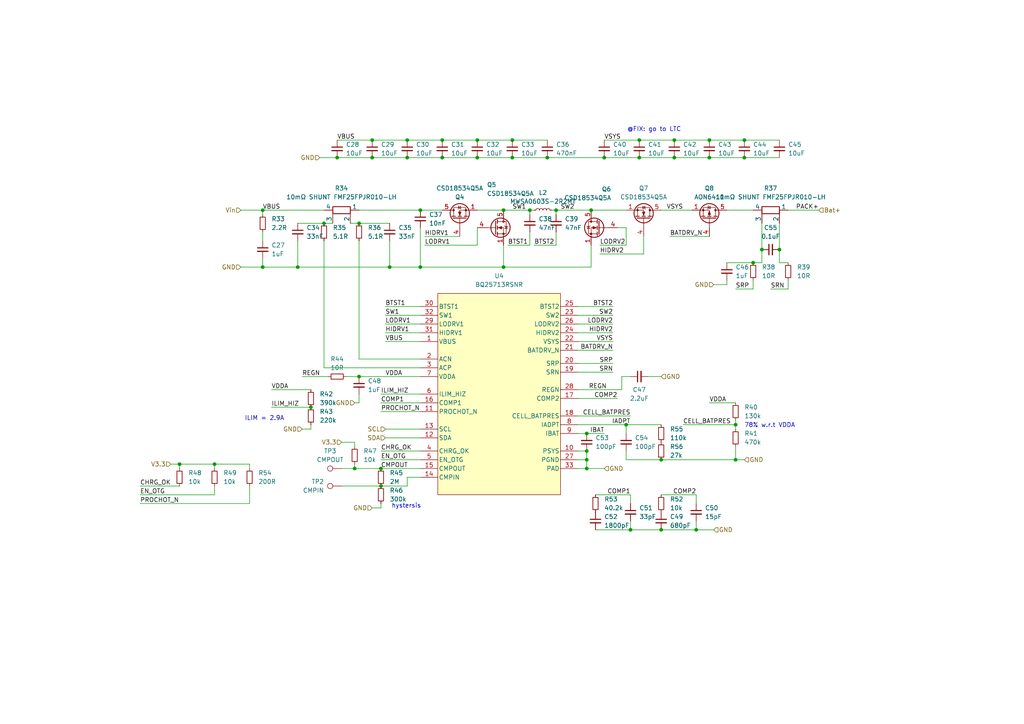
<source format=kicad_sch>
(kicad_sch (version 20250114) (generator "eeschema") (generator_version "9.0")
  (paper "A4")
  (lib_symbols
    (symbol "BQ25713:BQ25713RSNR" (pin_names (offset 0.254))
      (property "Reference" "U" (at 0 34.29 0))
      (property "Value" "BQ25713RSNR" (at 0 31.75 0))
      (symbol "BQ25713RSNR_0_1"
        (pin power_in line (at -22.86 25.4 0) (length 5.08) (name "BTST1") (number "30"))
        (pin power_in line (at -22.86 22.86 0) (length 5.08) (name "SW1") (number "32"))
        (pin output line (at -22.86 20.32 0) (length 5.08) (name "LODRV1") (number "29"))
        (pin output line (at -22.86 17.78 0) (length 5.08) (name "HIDRV1") (number "31"))
        (pin power_in line (at -22.86 15.24 0) (length 5.08) (name "VBUS") (number "1"))
        (pin input line (at -22.86 10.16 0) (length 5.08) (name "ACN") (number "2"))
        (pin input line (at -22.86 7.62 0) (length 5.08) (name "ACP") (number "3"))
        (pin power_in line (at -22.86 5.08 0) (length 5.08) (name "VDDA") (number "7"))
        (pin input line (at -22.86 0 0) (length 5.08) (name "ILIM_HIZ") (number "6"))
        (pin input line (at -22.86 -2.54 0) (length 5.08) (name "COMP1") (number "16"))
        (pin open_collector line (at -22.86 -5.08 0) (length 5.08) (name "PROCHOT_N") (number "11"))
        (pin input line (at -22.86 -10.16 0) (length 5.08) (name "SCL") (number "13"))
        (pin bidirectional line (at -22.86 -12.7 0) (length 5.08) (name "SDA") (number "12"))
        (pin open_collector line (at -22.86 -16.51 0) (length 5.08) (name "CHRG_OK") (number "4"))
        (pin input line (at -22.86 -19.05 0) (length 5.08) (name "EN_OTG") (number "5"))
        (pin open_collector line (at -22.86 -21.59 0) (length 5.08) (name "CMPOUT") (number "15"))
        (pin input line (at -22.86 -24.13 0) (length 5.08) (name "CMPIN") (number "14"))
        (pin power_in line (at 22.86 25.4 180) (length 5.08) (name "BTST2") (number "25"))
        (pin power_in line (at 22.86 22.86 180) (length 5.08) (name "SW2") (number "23"))
        (pin output line (at 22.86 20.32 180) (length 5.08) (name "LODRV2") (number "26"))
        (pin output line (at 22.86 17.78 180) (length 5.08) (name "HIDRV2") (number "24"))
        (pin power_in line (at 22.86 15.24 180) (length 5.08) (name "VSYS") (number "22"))
        (pin output line (at 22.86 12.7 180) (length 5.08) (name "BATDRV_N") (number "21"))
        (pin input line (at 22.86 8.89 180) (length 5.08) (name "SRP") (number "20"))
        (pin input line (at 22.86 6.35 180) (length 5.08) (name "SRN") (number "19"))
        (pin power_in line (at 22.86 1.27 180) (length 5.08) (name "REGN") (number "28"))
        (pin input line (at 22.86 -1.27 180) (length 5.08) (name "COMP2") (number "17"))
        (pin input line (at 22.86 -6.35 180) (length 5.08) (name "CELL_BATPRES") (number "18"))
        (pin output line (at 22.86 -8.89 180) (length 5.08) (name "IADPT") (number "8"))
        (pin output line (at 22.86 -11.43 180) (length 5.08) (name "IBAT") (number "9"))
        (pin output line (at 22.86 -16.51 180) (length 5.08) (name "PSYS") (number "10"))
        (pin power_in line (at 22.86 -19.05 180) (length 5.08) (name "PGND") (number "27"))
        (pin power_in line (at 22.86 -21.59 180) (length 5.08) (name "PAD") (number "33"))
      )
      (symbol "BQ25713RSNR_1_1"
        (rectangle (start -17.78 29.21) (end 17.78 -29.21) (fill (type background)))
      )
    )
    (symbol "Connector:TestPoint" (pin_numbers (hide yes)) (pin_names (offset 0.762) (hide yes))
      (property "Reference" "TP" (at 0 6.858 0))
      (property "Value" "TestPoint" (at 0 5.08 0))
      (symbol "TestPoint_0_1"
        (circle (center 0 3.302) (radius 0.762))
      )
      (symbol "TestPoint_1_1"
        (pin passive line (at 0 0 90) (length 2.54) (name "1") (number "1"))
      )
    )
    (symbol "Device:C_Small" (pin_numbers (hide yes)) (pin_names (offset 0.254) (hide yes))
      (property "Reference" "C" (at 0.254 1.778 0))
      (property "Value" "C_Small" (at 0.254 -2.032 0))
      (symbol "C_Small_0_1"
        (polyline (pts (xy -1.524 0.508) (xy 1.524 0.508)) (stroke (width 0.3048)))
        (polyline (pts (xy -1.524 -0.508) (xy 1.524 -0.508)) (stroke (width 0.3302)))
      )
      (symbol "C_Small_1_1"
        (pin passive line (at 0 2.54 270) (length 2.032) (name "~") (number "1"))
        (pin passive line (at 0 -2.54 90) (length 2.032) (name "~") (number "2"))
      )
    )
    (symbol "Device:L_Small" (pin_numbers (hide yes)) (pin_names (offset 0.254) (hide yes))
      (property "Reference" "L" (at 0.762 1.016 0))
      (property "Value" "L_Small" (at 0.762 -1.016 0))
      (symbol "L_Small_0_1"
        (arc (start 0 2.032) (mid 0.5058 1.524) (end 0 1.016))
        (arc (start 0 1.016) (mid 0.5058 0.508) (end 0 0))
        (arc (start 0 0) (mid 0.5058 -0.508) (end 0 -1.016))
        (arc (start 0 -1.016) (mid 0.5058 -1.524) (end 0 -2.032))
      )
      (symbol "L_Small_1_1"
        (pin passive line (at 0 2.54 270) (length 0.508) (name "~") (number "1"))
        (pin passive line (at 0 -2.54 90) (length 0.508) (name "~") (number "2"))
      )
    )
    (symbol "Device:R_Shunt" (pin_numbers (hide yes)) (pin_names (offset 0))
      (property "Reference" "R" (at -4.445 0 90))
      (property "Value" "R_Shunt" (at -2.54 0 90))
      (symbol "R_Shunt_0_1"
        (rectangle (start -1.016 -2.54) (end 1.016 2.54) (stroke (width 0.254)))
        (polyline (pts (xy 0 -2.54) (xy 1.27 -2.54)))
        (polyline (pts (xy 1.27 2.54) (xy 0 2.54)))
      )
      (symbol "R_Shunt_1_1"
        (pin passive line (at 0 5.08 270) (length 2.54) (name "1") (number "1"))
        (pin passive line (at 0 -5.08 90) (length 2.54) (name "4") (number "4"))
        (pin passive line (at 3.81 2.54 180) (length 2.54) (name "2") (number "2"))
        (pin passive line (at 3.81 -2.54 180) (length 2.54) (name "3") (number "3"))
      )
    )
    (symbol "Device:R_Small" (pin_numbers (hide yes)) (pin_names (offset 0.254) (hide yes))
      (property "Reference" "R" (at 0.762 0.508 0))
      (property "Value" "R_Small" (at 0.762 -1.016 0))
      (symbol "R_Small_0_1"
        (rectangle (start -0.762 1.778) (end 0.762 -1.778) (stroke (width 0.2032)))
      )
      (symbol "R_Small_1_1"
        (pin passive line (at 0 2.54 270) (length 0.762) (name "~") (number "1"))
        (pin passive line (at 0 -2.54 90) (length 0.762) (name "~") (number "2"))
      )
    )
    (symbol "Transistor_FET:AON6411" (pin_names (hide yes))
      (property "Reference" "Q" (at 5.08 1.905 0))
      (property "Value" "AON6411" (at 5.08 0 0))
      (symbol "AON6411_0_1"
        (polyline (pts (xy 0.254 1.905) (xy 0.254 -1.905)) (stroke (width 0.254)))
        (polyline (pts (xy 0.254 0) (xy -2.54 0)))
        (polyline (pts (xy 0.762 2.286) (xy 0.762 1.27)) (stroke (width 0.254)))
        (polyline (pts (xy 0.762 1.778) (xy 3.302 1.778) (xy 3.302 -1.778) (xy 0.762 -1.778)))
        (polyline (pts (xy 0.762 0.508) (xy 0.762 -0.508)) (stroke (width 0.254)))
        (polyline (pts (xy 0.762 -1.27) (xy 0.762 -2.286)) (stroke (width 0.254)))
        (circle (center 1.651 0) (radius 2.794) (stroke (width 0.254)))
        (polyline (pts (xy 2.286 0) (xy 1.27 0.381) (xy 1.27 -0.381) (xy 2.286 0)) (fill (type outline)))
        (polyline (pts (xy 2.54 2.54) (xy 2.54 1.778)))
        (circle (center 2.54 1.778) (radius 0.254) (fill (type outline)))
        (circle (center 2.54 -1.778) (radius 0.254) (fill (type outline)))
        (polyline (pts (xy 2.54 -2.54) (xy 2.54 0) (xy 0.762 0)))
        (polyline (pts (xy 2.794 -0.508) (xy 2.921 -0.381) (xy 3.683 -0.381) (xy 3.81 -0.254)))
        (polyline (pts (xy 3.302 -0.381) (xy 2.921 0.254) (xy 3.683 0.254) (xy 3.302 -0.381)))
      )
      (symbol "AON6411_1_1"
        (pin input line (at -5.08 0 0) (length 2.54) (name "G") (number "4"))
        (pin passive line (at 2.54 5.08 270) (length 2.54) (name "D") (number "5"))
        (pin passive line (at 2.54 -5.08 90) (length 2.54) (name "S") (number "1"))
        (pin passive line (at 2.54 -5.08 90) (length 2.54) (hide yes) (name "S") (number "2"))
        (pin passive line (at 2.54 -5.08 90) (length 2.54) (hide yes) (name "S") (number "3"))
      )
    )
    (symbol "Transistor_FET:CSD18534Q5A" (pin_names (hide yes))
      (property "Reference" "Q" (at 5.08 1.905 0))
      (property "Value" "CSD18534Q5A" (at 5.08 0 0))
      (symbol "CSD18534Q5A_0_1"
        (polyline (pts (xy 0.254 1.905) (xy 0.254 -1.905)) (stroke (width 0.254)))
        (polyline (pts (xy 0.254 0) (xy -2.54 0)))
        (polyline (pts (xy 0.762 2.286) (xy 0.762 1.27)) (stroke (width 0.254)))
        (polyline (pts (xy 0.762 0.508) (xy 0.762 -0.508)) (stroke (width 0.254)))
        (polyline (pts (xy 0.762 -1.27) (xy 0.762 -2.286)) (stroke (width 0.254)))
        (polyline (pts (xy 0.762 -1.778) (xy 3.302 -1.778) (xy 3.302 1.778) (xy 0.762 1.778)))
        (polyline (pts (xy 1.016 0) (xy 2.032 0.381) (xy 2.032 -0.381) (xy 1.016 0)) (fill (type outline)))
        (circle (center 1.651 0) (radius 2.794) (stroke (width 0.254)))
        (polyline (pts (xy 2.54 2.54) (xy 2.54 1.778)))
        (circle (center 2.54 1.778) (radius 0.254) (fill (type outline)))
        (circle (center 2.54 -1.778) (radius 0.254) (fill (type outline)))
        (polyline (pts (xy 2.54 -2.54) (xy 2.54 0) (xy 0.762 0)))
        (polyline (pts (xy 2.794 0.508) (xy 2.921 0.381) (xy 3.683 0.381) (xy 3.81 0.254)))
        (polyline (pts (xy 3.302 0.381) (xy 2.921 -0.254) (xy 3.683 -0.254) (xy 3.302 0.381)))
      )
      (symbol "CSD18534Q5A_1_1"
        (pin passive line (at -5.08 0 0) (length 2.54) (name "G") (number "4"))
        (pin passive line (at 2.54 5.08 270) (length 2.54) (name "D") (number "5"))
        (pin passive line (at 2.54 -5.08 90) (length 2.54) (name "S") (number "1"))
        (pin passive line (at 2.54 -5.08 90) (length 2.54) (hide yes) (name "S") (number "2"))
        (pin passive line (at 2.54 -5.08 90) (length 2.54) (hide yes) (name "S") (number "3"))
      )
    )
  )
  (text "@FIX: go to LTC" (at 189.738 37.592 0) (effects (font (size 1.27 1.27))))
  (text "ILIM = 2.9A" (at 76.708 121.412 0) (effects (font (size 1.27 1.27))))
  (text "hystersis" (at 117.856 146.812 0) (effects (font (size 1.27 1.27))))
  (text "78% w.r.t VDDA" (at 223.266 123.444 0) (effects (font (size 1.27 1.27))))
  (junction (at 175.26 45.72))
  (junction (at 52.07 134.62))
  (junction (at 118.11 45.72))
  (junction (at 215.9 40.64))
  (junction (at 226.06 72.39))
  (junction (at 205.74 45.72))
  (junction (at 215.9 45.72))
  (junction (at 110.49 140.97))
  (junction (at 146.05 77.47))
  (junction (at 170.18 133.35))
  (junction (at 158.75 45.72))
  (junction (at 121.92 60.96))
  (junction (at 153.67 60.96))
  (junction (at 201.93 153.67))
  (junction (at 76.2 77.47))
  (junction (at 128.27 40.64))
  (junction (at 195.58 40.64))
  (junction (at 107.95 45.72))
  (junction (at 171.45 60.96))
  (junction (at 104.14 109.22))
  (junction (at 170.18 125.73))
  (junction (at 113.03 77.47))
  (junction (at 62.23 134.62))
  (junction (at 170.18 130.81))
  (junction (at 185.42 45.72))
  (junction (at 138.43 45.72))
  (junction (at 148.59 40.64))
  (junction (at 195.58 45.72))
  (junction (at 191.77 133.35))
  (junction (at 110.49 135.89))
  (junction (at 128.27 45.72))
  (junction (at 205.74 40.64))
  (junction (at 146.05 60.96))
  (junction (at 148.59 45.72))
  (junction (at 182.88 153.67))
  (junction (at 220.98 72.39))
  (junction (at 118.11 40.64))
  (junction (at 104.14 64.77))
  (junction (at 170.18 135.89))
  (junction (at 93.98 64.77))
  (junction (at 107.95 40.64))
  (junction (at 218.44 76.2))
  (junction (at 102.87 135.89))
  (junction (at 181.61 123.19))
  (junction (at 86.36 77.47))
  (junction (at 97.79 45.72))
  (junction (at 138.43 40.64))
  (junction (at 90.17 118.11))
  (junction (at 191.77 153.67))
  (junction (at 213.36 133.35))
  (junction (at 121.92 77.47))
  (junction (at 213.36 123.19))
  (junction (at 185.42 40.64))
  (junction (at 161.29 60.96))
  (junction (at 76.2 60.96))
  (wire (pts (xy 181.61 71.12) (xy 173.99 71.12)))
  (wire (pts (xy 121.92 106.68) (xy 93.98 106.68)))
  (wire (pts (xy 72.39 134.62) (xy 72.39 135.89)))
  (wire (pts (xy 138.43 45.72) (xy 148.59 45.72)))
  (wire (pts (xy 110.49 135.89) (xy 121.92 135.89)))
  (wire (pts (xy 191.77 60.96) (xy 200.66 60.96)))
  (wire (pts (xy 226.06 64.77) (xy 226.06 72.39)))
  (wire (pts (xy 215.9 45.72) (xy 226.06 45.72)))
  (wire (pts (xy 118.11 138.43) (xy 121.92 138.43)))
  (wire (pts (xy 161.29 60.96) (xy 171.45 60.96)))
  (wire (pts (xy 146.05 77.47) (xy 171.45 77.47)))
  (wire (pts (xy 99.06 128.27) (xy 102.87 128.27)))
  (wire (pts (xy 161.29 62.23) (xy 161.29 60.96)))
  (wire (pts (xy 72.39 146.05) (xy 72.39 140.97)))
  (wire (pts (xy 99.06 135.89) (xy 102.87 135.89)))
  (wire (pts (xy 102.87 134.62) (xy 102.87 135.89)))
  (wire (pts (xy 121.92 104.14) (xy 104.14 104.14)))
  (wire (pts (xy 123.19 71.12) (xy 138.43 71.12)))
  (wire (pts (xy 181.61 66.04) (xy 179.07 66.04)))
  (wire (pts (xy 104.14 116.84) (xy 104.14 114.3)))
  (wire (pts (xy 182.88 143.51) (xy 172.72 143.51)))
  (wire (pts (xy 110.49 119.38) (xy 121.92 119.38)))
  (wire (pts (xy 191.77 133.35) (xy 213.36 133.35)))
  (wire (pts (xy 207.01 82.55) (xy 210.82 82.55)))
  (wire (pts (xy 167.64 120.65) (xy 182.88 120.65)))
  (wire (pts (xy 161.29 60.96) (xy 160.02 60.96)))
  (wire (pts (xy 182.88 151.13) (xy 182.88 153.67)))
  (wire (pts (xy 181.61 71.12) (xy 181.61 66.04)))
  (wire (pts (xy 86.36 64.77) (xy 93.98 64.77)))
  (wire (pts (xy 201.93 143.51) (xy 191.77 143.51)))
  (wire (pts (xy 180.34 109.22) (xy 182.88 109.22)))
  (wire (pts (xy 86.36 77.47) (xy 113.03 77.47)))
  (wire (pts (xy 210.82 82.55) (xy 210.82 81.28)))
  (wire (pts (xy 111.76 96.52) (xy 121.92 96.52)))
  (wire (pts (xy 177.8 88.9) (xy 167.64 88.9)))
  (wire (pts (xy 78.74 113.03) (xy 90.17 113.03)))
  (wire (pts (xy 110.49 140.97) (xy 118.11 140.97)))
  (wire (pts (xy 213.36 133.35) (xy 215.9 133.35)))
  (wire (pts (xy 195.58 45.72) (xy 205.74 45.72)))
  (wire (pts (xy 177.8 96.52) (xy 167.64 96.52)))
  (wire (pts (xy 97.79 45.72) (xy 107.95 45.72)))
  (wire (pts (xy 102.87 116.84) (xy 104.14 116.84)))
  (wire (pts (xy 170.18 133.35) (xy 170.18 135.89)))
  (wire (pts (xy 118.11 40.64) (xy 128.27 40.64)))
  (wire (pts (xy 195.58 40.64) (xy 205.74 40.64)))
  (wire (pts (xy 111.76 127) (xy 121.92 127)))
  (wire (pts (xy 154.94 71.12) (xy 161.29 71.12)))
  (wire (pts (xy 213.36 123.19) (xy 198.12 123.19)))
  (wire (pts (xy 138.43 60.96) (xy 146.05 60.96)))
  (wire (pts (xy 170.18 133.35) (xy 167.64 133.35)))
  (wire (pts (xy 170.18 135.89) (xy 175.26 135.89)))
  (wire (pts (xy 107.95 45.72) (xy 118.11 45.72)))
  (wire (pts (xy 194.31 68.58) (xy 205.74 68.58)))
  (wire (pts (xy 104.14 109.22) (xy 121.92 109.22)))
  (wire (pts (xy 90.17 124.46) (xy 90.17 123.19)))
  (wire (pts (xy 110.49 116.84) (xy 121.92 116.84)))
  (wire (pts (xy 182.88 153.67) (xy 191.77 153.67)))
  (wire (pts (xy 111.76 99.06) (xy 121.92 99.06)))
  (wire (pts (xy 218.44 76.2) (xy 220.98 76.2)))
  (wire (pts (xy 185.42 45.72) (xy 195.58 45.72)))
  (wire (pts (xy 187.96 109.22) (xy 191.77 109.22)))
  (wire (pts (xy 40.64 140.97) (xy 52.07 140.97)))
  (wire (pts (xy 111.76 91.44) (xy 121.92 91.44)))
  (wire (pts (xy 138.43 66.04) (xy 138.43 71.12)))
  (wire (pts (xy 177.8 99.06) (xy 167.64 99.06)))
  (wire (pts (xy 111.76 88.9) (xy 121.92 88.9)))
  (wire (pts (xy 201.93 143.51) (xy 201.93 146.05)))
  (wire (pts (xy 218.44 83.82) (xy 218.44 81.28)))
  (wire (pts (xy 220.98 64.77) (xy 220.98 72.39)))
  (wire (pts (xy 167.64 101.6) (xy 177.8 101.6)))
  (wire (pts (xy 182.88 143.51) (xy 182.88 146.05)))
  (wire (pts (xy 87.63 109.22) (xy 95.25 109.22)))
  (wire (pts (xy 213.36 83.82) (xy 218.44 83.82)))
  (wire (pts (xy 78.74 118.11) (xy 90.17 118.11)))
  (wire (pts (xy 110.49 133.35) (xy 121.92 133.35)))
  (wire (pts (xy 52.07 134.62) (xy 52.07 135.89)))
  (wire (pts (xy 181.61 130.81) (xy 181.61 133.35)))
  (wire (pts (xy 177.8 91.44) (xy 167.64 91.44)))
  (wire (pts (xy 167.64 125.73) (xy 170.18 125.73)))
  (wire (pts (xy 62.23 134.62) (xy 62.23 135.89)))
  (wire (pts (xy 185.42 40.64) (xy 195.58 40.64)))
  (wire (pts (xy 175.26 40.64) (xy 185.42 40.64)))
  (wire (pts (xy 181.61 123.19) (xy 191.77 123.19)))
  (wire (pts (xy 226.06 72.39) (xy 226.06 76.2)))
  (wire (pts (xy 148.59 40.64) (xy 158.75 40.64)))
  (wire (pts (xy 76.2 60.96) (xy 93.98 60.96)))
  (wire (pts (xy 92.71 45.72) (xy 97.79 45.72)))
  (wire (pts (xy 173.99 73.66) (xy 186.69 73.66)))
  (wire (pts (xy 110.49 147.32) (xy 110.49 146.05)))
  (wire (pts (xy 69.85 60.96) (xy 76.2 60.96)))
  (wire (pts (xy 223.52 83.82) (xy 228.6 83.82)))
  (wire (pts (xy 180.34 109.22) (xy 180.34 113.03)))
  (wire (pts (xy 111.76 93.98) (xy 121.92 93.98)))
  (wire (pts (xy 111.76 124.46) (xy 121.92 124.46)))
  (wire (pts (xy 210.82 60.96) (xy 218.44 60.96)))
  (wire (pts (xy 146.05 77.47) (xy 146.05 71.12)))
  (wire (pts (xy 181.61 133.35) (xy 191.77 133.35)))
  (wire (pts (xy 86.36 77.47) (xy 86.36 69.85)))
  (wire (pts (xy 118.11 138.43) (xy 118.11 140.97)))
  (wire (pts (xy 215.9 40.64) (xy 226.06 40.64)))
  (wire (pts (xy 179.07 115.57) (xy 167.64 115.57)))
  (wire (pts (xy 121.92 60.96) (xy 128.27 60.96)))
  (wire (pts (xy 123.19 68.58) (xy 133.35 68.58)))
  (wire (pts (xy 220.98 72.39) (xy 220.98 76.2)))
  (wire (pts (xy 205.74 40.64) (xy 215.9 40.64)))
  (wire (pts (xy 170.18 130.81) (xy 170.18 133.35)))
  (wire (pts (xy 76.2 69.85) (xy 76.2 67.31)))
  (wire (pts (xy 87.63 124.46) (xy 90.17 124.46)))
  (wire (pts (xy 148.59 45.72) (xy 158.75 45.72)))
  (wire (pts (xy 228.6 60.96) (xy 237.49 60.96)))
  (wire (pts (xy 213.36 121.92) (xy 213.36 123.19)))
  (wire (pts (xy 107.95 147.32) (xy 110.49 147.32)))
  (wire (pts (xy 128.27 40.64) (xy 138.43 40.64)))
  (wire (pts (xy 52.07 134.62) (xy 62.23 134.62)))
  (wire (pts (xy 177.8 105.41) (xy 167.64 105.41)))
  (wire (pts (xy 110.49 130.81) (xy 121.92 130.81)))
  (wire (pts (xy 201.93 151.13) (xy 201.93 153.67)))
  (wire (pts (xy 121.92 66.04) (xy 121.92 77.47)))
  (wire (pts (xy 191.77 153.67) (xy 201.93 153.67)))
  (wire (pts (xy 153.67 71.12) (xy 153.67 67.31)))
  (wire (pts (xy 213.36 124.46) (xy 213.36 123.19)))
  (wire (pts (xy 113.03 77.47) (xy 113.03 69.85)))
  (wire (pts (xy 121.92 77.47) (xy 113.03 77.47)))
  (wire (pts (xy 107.95 40.64) (xy 118.11 40.64)))
  (wire (pts (xy 153.67 60.96) (xy 154.94 60.96)))
  (wire (pts (xy 93.98 106.68) (xy 93.98 69.85)))
  (wire (pts (xy 69.85 77.47) (xy 76.2 77.47)))
  (wire (pts (xy 170.18 125.73) (xy 175.26 125.73)))
  (wire (pts (xy 100.33 109.22) (xy 104.14 109.22)))
  (wire (pts (xy 172.72 153.67) (xy 182.88 153.67)))
  (wire (pts (xy 99.06 140.97) (xy 110.49 140.97)))
  (wire (pts (xy 147.32 71.12) (xy 153.67 71.12)))
  (wire (pts (xy 181.61 123.19) (xy 181.61 125.73)))
  (wire (pts (xy 180.34 113.03) (xy 167.64 113.03)))
  (wire (pts (xy 102.87 135.89) (xy 110.49 135.89)))
  (wire (pts (xy 40.64 143.51) (xy 62.23 143.51)))
  (wire (pts (xy 138.43 40.64) (xy 148.59 40.64)))
  (wire (pts (xy 104.14 60.96) (xy 121.92 60.96)))
  (wire (pts (xy 213.36 133.35) (xy 213.36 129.54)))
  (wire (pts (xy 171.45 77.47) (xy 171.45 71.12)))
  (wire (pts (xy 210.82 76.2) (xy 218.44 76.2)))
  (wire (pts (xy 62.23 143.51) (xy 62.23 140.97)))
  (wire (pts (xy 205.74 116.84) (xy 213.36 116.84)))
  (wire (pts (xy 161.29 71.12) (xy 161.29 67.31)))
  (wire (pts (xy 170.18 130.81) (xy 167.64 130.81)))
  (wire (pts (xy 175.26 45.72) (xy 185.42 45.72)))
  (wire (pts (xy 118.11 45.72) (xy 128.27 45.72)))
  (wire (pts (xy 121.92 77.47) (xy 146.05 77.47)))
  (wire (pts (xy 76.2 77.47) (xy 76.2 74.93)))
  (wire (pts (xy 186.69 73.66) (xy 186.69 68.58)))
  (wire (pts (xy 128.27 45.72) (xy 138.43 45.72)))
  (wire (pts (xy 158.75 45.72) (xy 175.26 45.72)))
  (wire (pts (xy 93.98 64.77) (xy 96.52 64.77)))
  (wire (pts (xy 49.53 134.62) (xy 52.07 134.62)))
  (wire (pts (xy 171.45 60.96) (xy 181.61 60.96)))
  (wire (pts (xy 228.6 83.82) (xy 228.6 81.28)))
  (wire (pts (xy 205.74 45.72) (xy 215.9 45.72)))
  (wire (pts (xy 97.79 40.64) (xy 107.95 40.64)))
  (wire (pts (xy 177.8 107.95) (xy 167.64 107.95)))
  (wire (pts (xy 104.14 64.77) (xy 101.6 64.77)))
  (wire (pts (xy 153.67 62.23) (xy 153.67 60.96)))
  (wire (pts (xy 167.64 123.19) (xy 181.61 123.19)))
  (wire (pts (xy 167.64 135.89) (xy 170.18 135.89)))
  (wire (pts (xy 102.87 128.27) (xy 102.87 129.54)))
  (wire (pts (xy 76.2 77.47) (xy 86.36 77.47)))
  (wire (pts (xy 104.14 104.14) (xy 104.14 69.85)))
  (wire (pts (xy 226.06 76.2) (xy 228.6 76.2)))
  (wire (pts (xy 110.49 114.3) (xy 121.92 114.3)))
  (wire (pts (xy 76.2 62.23) (xy 76.2 60.96)))
  (wire (pts (xy 201.93 153.67) (xy 207.01 153.67)))
  (wire (pts (xy 104.14 64.77) (xy 113.03 64.77)))
  (wire (pts (xy 40.64 146.05) (xy 72.39 146.05)))
  (wire (pts (xy 146.05 60.96) (xy 153.67 60.96)))
  (wire (pts (xy 62.23 134.62) (xy 72.39 134.62)))
  (wire (pts (xy 177.8 93.98) (xy 167.64 93.98)))
  (label "LODRV1" (at 123.19 71.12 0))
  (label "ILIM_HIZ" (at 110.49 114.3 0))
  (label "SW2" (at 162.56 60.96 0))
  (label "IBAT" (at 175.26 125.73 180))
  (label "SRP" (at 213.36 83.82 0))
  (label "VSYS" (at 198.12 60.96 180))
  (label "CELL_BATPRES" (at 182.88 120.65 180))
  (label "VSYS" (at 175.26 40.64 0))
  (label "VDDA" (at 78.74 113.03 0))
  (label "SW1" (at 111.76 91.44 0))
  (label "COMP2" (at 201.93 143.51 180))
  (label "VDDA" (at 205.74 116.84 0))
  (label "VBUS" (at 97.79 40.64 0))
  (label "PACK+" (at 237.49 60.96 180))
  (label "COMP1" (at 110.49 116.84 0))
  (label "VSYS" (at 177.8 99.06 180))
  (label "VBUS" (at 76.2 60.96 0))
  (label "VBUS" (at 111.76 99.06 0))
  (label "HIDRV1" (at 123.19 68.58 0))
  (label "CHRG_OK" (at 110.49 130.81 0))
  (label "CELL_BATPRES" (at 198.12 123.19 0))
  (label "REGN" (at 87.63 109.22 0))
  (label "IADPT" (at 182.88 123.19 180))
  (label "CHRG_OK" (at 40.64 140.97 0))
  (label "EN_OTG" (at 40.64 143.51 0))
  (label "SRP" (at 177.8 105.41 180))
  (label "REGN" (at 170.76 113.03 0))
  (label "LODRV2" (at 173.99 71.12 0))
  (label "VDDA" (at 111.76 109.22 0))
  (label "CMPOUT" (at 110.49 135.89 0))
  (label "SW1" (at 148.59 60.96 0))
  (label "BTST1" (at 147.32 71.12 0))
  (label "EN_OTG" (at 110.49 133.35 0))
  (label "ILIM_HIZ" (at 78.74 118.11 0))
  (label "COMP2" (at 179.07 115.57 180))
  (label "HIDRV1" (at 111.76 96.52 0))
  (label "PROCHOT_N" (at 40.64 146.05 0))
  (label "HIDRV2" (at 173.99 73.66 0))
  (label "BTST2" (at 154.94 71.12 0))
  (label "BTST2" (at 177.8 88.9 180))
  (label "COMP1" (at 182.88 143.51 180))
  (label "SW2" (at 177.8 91.44 180))
  (label "PROCHOT_N" (at 110.49 119.38 0))
  (label "LODRV1" (at 111.76 93.98 0))
  (label "BATDRV_N" (at 177.8 101.6 180))
  (label "SRN" (at 223.52 83.82 0))
  (label "LODRV2" (at 177.8 93.98 180))
  (label "BTST1" (at 111.76 88.9 0))
  (label "HIDRV2" (at 177.8 96.52 180))
  (label "SRN" (at 177.8 107.95 180))
  (label "BATDRV_N" (at 194.31 68.58 0))
  (hierarchical_label "Vin" (shape input) (at 69.85 60.96 180))
  (hierarchical_label "V3.3" (shape input) (at 99.06 128.27 180))
  (hierarchical_label "GND" (shape input) (at 102.87 116.84 180))
  (hierarchical_label "GND" (shape input) (at 215.9 133.35 0))
  (hierarchical_label "Bat+" (shape input) (at 237.49 60.96 0))
  (hierarchical_label "GND" (shape input) (at 87.63 124.46 180))
  (hierarchical_label "GND" (shape input) (at 191.77 109.22 0))
  (hierarchical_label "GND" (shape input) (at 107.95 147.32 180))
  (hierarchical_label "GND" (shape input) (at 92.71 45.72 180))
  (hierarchical_label "GND" (shape input) (at 207.01 153.67 0))
  (hierarchical_label "GND" (shape input) (at 69.85 77.47 180))
  (hierarchical_label "SDA" (shape input) (at 111.76 127 180))
  (hierarchical_label "GND" (shape input) (at 207.01 82.55 180))
  (hierarchical_label "SCL" (shape input) (at 111.76 124.46 180))
  (hierarchical_label "V3.3" (shape input) (at 49.53 134.62 180))
  (hierarchical_label "GND" (shape input) (at 175.26 135.89 0))
  (symbol (lib_id "Device:R_Small") (at 213.36 119.38 180) (unit 1)
    (property "Reference" "R40" (at 215.9 118.1099 0) (effects (justify right)))
    (property "Value" "130k" (at 215.9 120.6499 0) (effects (justify right)))
    (property "Footprint" "Resistor_SMD:R_0603_1608Metric" (effects (hide yes)))
    (property "Description" "Resistor, small symbol" (effects (hide yes)))
    (property "LCSC" "C22795" (effects (hide yes)))
  )
  (symbol (lib_id "Connector:TestPoint") (at 99.06 140.97 90) (unit 1)
    (property "Reference" "TP2" (at 93.98 139.6999 90) (effects (justify left)))
    (property "Value" "CMPIN" (at 93.98 142.2399 90) (effects (justify left)))
    (property "Footprint" "TestPoint:TestPoint_Pad_2.0x2.0mm" (effects (hide yes)))
    (property "Description" "test point" (effects (hide yes)))
  )
  (symbol (lib_id "Transistor_FET:CSD18534Q5A") (at 133.35 63.5 90) (unit 1)
    (property "Reference" "Q4" (at 133.35 57.15 90))
    (property "Value" "CSD18534Q5A" (at 133.35 54.61 90))
    (property "Footprint" "Package_TO_SOT_SMD:TDSON-8-1" (effects (hide yes)))
    (property "Datasheet" "http://www.ti.com/lit/gpn/csd18534q5a" (effects (hide yes)))
    (property "Description" "50A Id, 60V Vds, NexFET N-Channel Power MOSFET, 9.8mOhm Ron, 17nC Qg(typ), SON8 5x6mm" (effects (hide yes)))
    (property "LCSC" "C115943" (effects (hide yes)))
  )
  (symbol (lib_id "Device:R_Small") (at 90.17 120.65 180) (unit 1)
    (property "Reference" "R43" (at 92.71 119.3799 0) (effects (justify right)))
    (property "Value" "220k" (at 92.71 121.9199 0) (effects (justify right)))
    (property "Footprint" "Resistor_SMD:R_0603_1608Metric" (effects (hide yes)))
    (property "Description" "Resistor, small symbol" (effects (hide yes)))
    (property "LCSC" "C22961" (effects (hide yes)))
  )
  (symbol (lib_id "Device:C_Small") (at 158.75 43.18 0) (unit 1)
    (property "Reference" "C36" (at 161.29 41.9162 0) (effects (justify left)))
    (property "Value" "470nF" (at 161.29 44.4562 0) (effects (justify left)))
    (property "Footprint" "Capacitor_SMD:C_0603_1608Metric" (effects (hide yes)))
    (property "Description" "Unpolarized capacitor, small symbol" (effects (hide yes)))
    (property "LCSC" "C1623" (effects (hide yes)))
  )
  (symbol (lib_id "Device:C_Small") (at 223.52 72.39 90) (unit 1)
    (property "Reference" "C55" (at 223.5263 66.04 90))
    (property "Value" "0.1uF" (at 223.5263 68.58 90))
    (property "Footprint" "Capacitor_SMD:C_0603_1608Metric" (effects (hide yes)))
    (property "Description" "Unpolarized capacitor, small symbol" (effects (hide yes)))
    (property "LCSC" "C14663" (effects (hide yes)))
  )
  (symbol (lib_id "Device:C_Small") (at 195.58 43.18 0) (unit 1)
    (property "Reference" "C42" (at 198.12 41.9162 0) (effects (justify left)))
    (property "Value" "10uF" (at 198.12 44.4562 0) (effects (justify left)))
    (property "Footprint" "Capacitor_SMD:C_0603_1608Metric" (effects (hide yes)))
    (property "Description" "Unpolarized capacitor, small symbol" (effects (hide yes)))
    (property "LCSC" "C96446" (effects (hide yes)))
  )
  (symbol (lib_id "Device:C_Small") (at 161.29 64.77 0) (unit 1)
    (property "Reference" "C39" (at 163.83 63.5062 0) (effects (justify left)))
    (property "Value" "47nF" (at 163.83 66.0462 0) (effects (justify left)))
    (property "Footprint" "Capacitor_SMD:C_0603_1608Metric" (effects (hide yes)))
    (property "Description" "Unpolarized capacitor, small symbol" (effects (hide yes)))
    (property "LCSC" "C1622" (effects (hide yes)))
  )
  (symbol (lib_id "Device:R_Small") (at 191.77 146.05 180) (unit 1)
    (property "Reference" "R52" (at 194.31 144.7799 0) (effects (justify right)))
    (property "Value" "10k" (at 194.31 147.3199 0) (effects (justify right)))
    (property "Footprint" "Resistor_SMD:R_0603_1608Metric" (effects (hide yes)))
    (property "Description" "Resistor, small symbol" (effects (hide yes)))
    (property "LCSC" "C25804" (effects (hide yes)))
  )
  (symbol (lib_id "Device:C_Small") (at 113.03 67.31 0) (unit 1)
    (property "Reference" "C35" (at 115.57 66.0462 0) (effects (justify left)))
    (property "Value" "33nF" (at 115.57 68.5862 0) (effects (justify left)))
    (property "Footprint" "Capacitor_SMD:C_0603_1608Metric" (effects (hide yes)))
    (property "Description" "Unpolarized capacitor, small symbol" (effects (hide yes)))
    (property "LCSC" "C21117" (effects (hide yes)))
  )
  (symbol (lib_id "Device:R_Small") (at 93.98 67.31 180) (unit 1)
    (property "Reference" "R35" (at 96.52 66.0399 0) (effects (justify right)))
    (property "Value" "5.1R" (at 96.52 68.5799 0) (effects (justify right)))
    (property "Footprint" "Resistor_SMD:R_0603_1608Metric" (effects (hide yes)))
    (property "Description" "Resistor, small symbol" (effects (hide yes)))
    (property "LCSC" "C25197" (effects (hide yes)))
  )
  (symbol (lib_id "Device:C_Small") (at 191.77 151.13 0) (unit 1)
    (property "Reference" "C49" (at 194.31 149.8662 0) (effects (justify left)))
    (property "Value" "680pF" (at 194.31 152.4062 0) (effects (justify left)))
    (property "Footprint" "Capacitor_SMD:C_0603_1608Metric" (effects (hide yes)))
    (property "Description" "Unpolarized capacitor, small symbol" (effects (hide yes)))
    (property "LCSC" "C1630" (effects (hide yes)))
  )
  (symbol (lib_id "Device:C_Small") (at 76.2 72.39 0) (unit 1)
    (property "Reference" "C27" (at 78.74 71.1262 0) (effects (justify left)))
    (property "Value" "1uF" (at 78.74 73.6662 0) (effects (justify left)))
    (property "Footprint" "Capacitor_SMD:C_0603_1608Metric" (effects (hide yes)))
    (property "Description" "Unpolarized capacitor, small symbol" (effects (hide yes)))
    (property "LCSC" "C15849" (effects (hide yes)))
  )
  (symbol (lib_id "Device:R_Small") (at 172.72 146.05 180) (unit 1)
    (property "Reference" "R53" (at 175.26 144.7799 0) (effects (justify right)))
    (property "Value" "40.2k" (at 175.26 147.3199 0) (effects (justify right)))
    (property "Footprint" "Resistor_SMD:R_0603_1608Metric" (effects (hide yes)))
    (property "Description" "Resistor, small symbol" (effects (hide yes)))
    (property "LCSC" "C12447" (effects (hide yes)))
  )
  (symbol (lib_id "Device:C_Small") (at 205.74 43.18 0) (unit 1)
    (property "Reference" "C43" (at 208.28 41.9162 0) (effects (justify left)))
    (property "Value" "10uF" (at 208.28 44.4562 0) (effects (justify left)))
    (property "Footprint" "Capacitor_SMD:C_0603_1608Metric" (effects (hide yes)))
    (property "Description" "Unpolarized capacitor, small symbol" (effects (hide yes)))
    (property "LCSC" "C96446" (effects (hide yes)))
  )
  (symbol (lib_id "Device:R_Small") (at 191.77 130.81 180) (unit 1)
    (property "Reference" "R56" (at 194.31 129.5399 0) (effects (justify right)))
    (property "Value" "27k" (at 194.31 132.0799 0) (effects (justify right)))
    (property "Footprint" "Resistor_SMD:R_0603_1608Metric" (effects (hide yes)))
    (property "Description" "Resistor, small symbol" (effects (hide yes)))
    (property "LCSC" "C22967" (effects (hide yes)))
  )
  (symbol (lib_id "Device:C_Small") (at 210.82 78.74 0) (unit 1)
    (property "Reference" "C46" (at 213.36 77.4762 0) (effects (justify left)))
    (property "Value" "1uF" (at 213.36 80.0162 0) (effects (justify left)))
    (property "Footprint" "Capacitor_SMD:C_0603_1608Metric" (effects (hide yes)))
    (property "Description" "Unpolarized capacitor, small symbol" (effects (hide yes)))
    (property "LCSC" "C15849" (effects (hide yes)))
  )
  (symbol (lib_id "Device:R_Small") (at 110.49 143.51 180) (unit 1)
    (property "Reference" "R46" (at 113.03 142.2399 0) (effects (justify right)))
    (property "Value" "300k" (at 113.03 144.7799 0) (effects (justify right)))
    (property "Footprint" "Resistor_SMD:R_0603_1608Metric" (effects (hide yes)))
    (property "Description" "Resistor, small symbol" (effects (hide yes)))
    (property "LCSC" "C23024" (effects (hide yes)))
  )
  (symbol (lib_id "Device:C_Small") (at 185.42 109.22 90) (unit 1)
    (property "Reference" "C47" (at 185.4263 113.03 90))
    (property "Value" "2.2uF" (at 185.4263 115.57 90))
    (property "Footprint" "Capacitor_SMD:C_0603_1608Metric" (effects (hide yes)))
    (property "Description" "Unpolarized capacitor, small symbol" (effects (hide yes)))
    (property "LCSC" "C23630" (effects (hide yes)))
  )
  (symbol (lib_id "Device:C_Small") (at 97.79 43.18 0) (unit 1)
    (property "Reference" "C28" (at 100.33 41.9162 0) (effects (justify left)))
    (property "Value" "10uF" (at 100.33 44.4562 0) (effects (justify left)))
    (property "Footprint" "Capacitor_SMD:C_0603_1608Metric" (effects (hide yes)))
    (property "Description" "Unpolarized capacitor, small symbol" (effects (hide yes)))
    (property "LCSC" "C96446" (effects (hide yes)))
  )
  (symbol (lib_id "Device:C_Small") (at 215.9 43.18 0) (unit 1)
    (property "Reference" "C44" (at 218.44 41.9162 0) (effects (justify left)))
    (property "Value" "10uF" (at 218.44 44.4562 0) (effects (justify left)))
    (property "Footprint" "Capacitor_SMD:C_0603_1608Metric" (effects (hide yes)))
    (property "Description" "Unpolarized capacitor, small symbol" (effects (hide yes)))
    (property "LCSC" "C96446" (effects (hide yes)))
  )
  (symbol (lib_id "Device:C_Small") (at 153.67 64.77 0) (unit 1)
    (property "Reference" "C38" (at 156.21 63.5062 0) (effects (justify left)))
    (property "Value" "47nF" (at 156.21 66.0462 0) (effects (justify left)))
    (property "Footprint" "Capacitor_SMD:C_0603_1608Metric" (effects (hide yes)))
    (property "Description" "Unpolarized capacitor, small symbol" (effects (hide yes)))
    (property "LCSC" "C1622" (effects (hide yes)))
  )
  (symbol (lib_id "Device:C_Small") (at 118.11 43.18 0) (unit 1)
    (property "Reference" "C30" (at 120.65 41.9162 0) (effects (justify left)))
    (property "Value" "10uF" (at 120.65 44.4562 0) (effects (justify left)))
    (property "Footprint" "Capacitor_SMD:C_0603_1608Metric" (effects (hide yes)))
    (property "Description" "Unpolarized capacitor, small symbol" (effects (hide yes)))
    (property "LCSC" "C96446" (effects (hide yes)))
  )
  (symbol (lib_id "Device:C_Small") (at 128.27 43.18 0) (unit 1)
    (property "Reference" "C31" (at 130.81 41.9162 0) (effects (justify left)))
    (property "Value" "10uF" (at 130.81 44.4562 0) (effects (justify left)))
    (property "Footprint" "Capacitor_SMD:C_0603_1608Metric" (effects (hide yes)))
    (property "Description" "Unpolarized capacitor, small symbol" (effects (hide yes)))
    (property "LCSC" "C96446" (effects (hide yes)))
  )
  (symbol (lib_id "Device:R_Small") (at 97.79 109.22 270) (unit 1)
    (property "Reference" "R44" (at 97.79 104.14 90))
    (property "Value" "10R" (at 97.79 106.68 90))
    (property "Footprint" "Resistor_SMD:R_0603_1608Metric" (effects (hide yes)))
    (property "Description" "Resistor, small symbol" (effects (hide yes)))
    (property "LCSC" "C22859" (effects (hide yes)))
  )
  (symbol (lib_id "Device:C_Small") (at 201.93 148.59 0) (unit 1)
    (property "Reference" "C50" (at 204.47 147.3262 0) (effects (justify left)))
    (property "Value" "15pF" (at 204.47 149.8662 0) (effects (justify left)))
    (property "Footprint" "Capacitor_SMD:C_0603_1608Metric" (effects (hide yes)))
    (property "Description" "Unpolarized capacitor, small symbol" (effects (hide yes)))
    (property "LCSC" "C1644" (effects (hide yes)))
  )
  (symbol (lib_id "Device:R_Shunt") (at 99.06 60.96 270) (unit 1)
    (property "Reference" "R34" (at 99.06 54.61 90))
    (property "Value" "10mΩ SHUNT FMF25FPJR010-LH" (at 99.06 57.15 90))
    (property "Footprint" "Resistor_SMD:R_Shunt_Vishay_WSK2512_6332Metric_T1.19mm" (effects (hide yes)))
    (property "Description" "Shunt resistor" (effects (hide yes)))
    (property "LCSC" "C105366" (effects (hide yes)))
  )
  (symbol (lib_id "Device:C_Small") (at 181.61 128.27 180) (unit 1)
    (property "Reference" "C54" (at 184.15 126.9935 0) (effects (justify right)))
    (property "Value" "100pF" (at 184.15 129.5335 0) (effects (justify right)))
    (property "Footprint" "Capacitor_SMD:C_0603_1608Metric" (effects (hide yes)))
    (property "Description" "Unpolarized capacitor, small symbol" (effects (hide yes)))
    (property "LCSC" "C14858" (effects (hide yes)))
  )
  (symbol (lib_id "Transistor_FET:CSD18534Q5A") (at 173.99 66.04 0) (mirror y) (unit 1)
    (property "Reference" "Q6" (at 177.292 54.864 0) (effects (justify left)))
    (property "Value" "CSD18534Q5A" (at 177.292 57.404 0) (effects (justify left)))
    (property "Footprint" "Package_TO_SOT_SMD:TDSON-8-1" (effects (hide yes)))
    (property "Datasheet" "http://www.ti.com/lit/gpn/csd18534q5a" (effects (hide yes)))
    (property "Description" "50A Id, 60V Vds, NexFET N-Channel Power MOSFET, 9.8mOhm Ron, 17nC Qg(typ), SON8 5x6mm" (effects (hide yes)))
    (property "LCSC" "C115943" (effects (hide yes)))
  )
  (symbol (lib_id "Device:R_Small") (at 191.77 125.73 180) (unit 1)
    (property "Reference" "R55" (at 194.31 124.4599 0) (effects (justify right)))
    (property "Value" "110k" (at 194.31 126.9999 0) (effects (justify right)))
    (property "Footprint" "Resistor_SMD:R_0603_1608Metric" (effects (hide yes)))
    (property "Description" "Resistor, small symbol" (effects (hide yes)))
    (property "LCSC" "C25805" (effects (hide yes)))
  )
  (symbol (lib_id "BQ25713:BQ25713RSNR") (at 144.78 114.3 0) (unit 1)
    (property "Reference" "U4" (at 144.78 80.01 0))
    (property "Value" "BQ25713RSNR" (at 144.78 82.55 0))
    (property "Footprint" "Package_DFN_QFN:Texas_RSN_WQFN-32-1EP_4x4mm_P0.4mm_EP2.8x2.8mm_ThermalVias" (effects (hide yes)))
    (property "LCSC" "C2878935" (effects (hide yes)))
  )
  (symbol (lib_id "Device:R_Small") (at 76.2 64.77 180) (unit 1)
    (property "Reference" "R33" (at 78.74 63.4999 0) (effects (justify right)))
    (property "Value" "2.2R" (at 78.74 66.0399 0) (effects (justify right)))
    (property "Footprint" "Resistor_SMD:R_0603_1608Metric" (effects (hide yes)))
    (property "Description" "Resistor, small symbol" (effects (hide yes)))
    (property "LCSC" "C22939" (effects (hide yes)))
  )
  (symbol (lib_id "Device:C_Small") (at 138.43 43.18 0) (unit 1)
    (property "Reference" "C32" (at 140.97 41.9162 0) (effects (justify left)))
    (property "Value" "10uF" (at 140.97 44.4562 0) (effects (justify left)))
    (property "Footprint" "Capacitor_SMD:C_0603_1608Metric" (effects (hide yes)))
    (property "Description" "Unpolarized capacitor, small symbol" (effects (hide yes)))
    (property "LCSC" "C96446" (effects (hide yes)))
  )
  (symbol (lib_id "Transistor_FET:CSD18534Q5A") (at 186.69 63.5 270) (mirror x) (unit 1)
    (property "Reference" "Q7" (at 186.69 54.61 90))
    (property "Value" "CSD18534Q5A" (at 186.69 57.15 90))
    (property "Footprint" "Package_TO_SOT_SMD:TDSON-8-1" (effects (hide yes)))
    (property "Datasheet" "http://www.ti.com/lit/gpn/csd18534q5a" (effects (hide yes)))
    (property "Description" "50A Id, 60V Vds, NexFET N-Channel Power MOSFET, 9.8mOhm Ron, 17nC Qg(typ), SON8 5x6mm" (effects (hide yes)))
    (property "LCSC" "C115943" (effects (hide yes)))
  )
  (symbol (lib_id "Device:C_Small") (at 172.72 151.13 0) (unit 1)
    (property "Reference" "C52" (at 175.26 149.8662 0) (effects (justify left)))
    (property "Value" "1800pF" (at 175.26 152.4062 0) (effects (justify left)))
    (property "Footprint" "Capacitor_SMD:C_0603_1608Metric" (effects (hide yes)))
    (property "Description" "Unpolarized capacitor, small symbol" (effects (hide yes)))
    (property "LCSC" "C1599" (effects (hide yes)))
  )
  (symbol (lib_id "Device:C_Small") (at 170.18 128.27 180) (unit 1)
    (property "Reference" "C53" (at 172.72 126.9935 0) (effects (justify right)))
    (property "Value" "100pF" (at 172.72 129.5335 0) (effects (justify right)))
    (property "Footprint" "Capacitor_SMD:C_0603_1608Metric" (effects (hide yes)))
    (property "Description" "Unpolarized capacitor, small symbol" (effects (hide yes)))
    (property "LCSC" "C14858" (effects (hide yes)))
  )
  (symbol (lib_id "Device:R_Small") (at 104.14 67.31 180) (unit 1)
    (property "Reference" "R36" (at 106.68 66.0399 0) (effects (justify right)))
    (property "Value" "5.1R" (at 106.68 68.5799 0) (effects (justify right)))
    (property "Footprint" "Resistor_SMD:R_0603_1608Metric" (effects (hide yes)))
    (property "Description" "Resistor, small symbol" (effects (hide yes)))
    (property "LCSC" "C25197" (effects (hide yes)))
  )
  (symbol (lib_id "Device:C_Small") (at 86.36 67.31 0) (unit 1)
    (property "Reference" "C34" (at 88.9 66.0462 0) (effects (justify left)))
    (property "Value" "33nF" (at 88.9 68.5862 0) (effects (justify left)))
    (property "Footprint" "Capacitor_SMD:C_0603_1608Metric" (effects (hide yes)))
    (property "Description" "Unpolarized capacitor, small symbol" (effects (hide yes)))
    (property "LCSC" "C21117" (effects (hide yes)))
  )
  (symbol (lib_id "Device:C_Small") (at 185.42 43.18 0) (unit 1)
    (property "Reference" "C41" (at 187.96 41.9162 0) (effects (justify left)))
    (property "Value" "10uF" (at 187.96 44.4562 0) (effects (justify left)))
    (property "Footprint" "Capacitor_SMD:C_0603_1608Metric" (effects (hide yes)))
    (property "Description" "Unpolarized capacitor, small symbol" (effects (hide yes)))
    (property "LCSC" "C96446" (effects (hide yes)))
  )
  (symbol (lib_id "Device:C_Small") (at 148.59 43.18 0) (unit 1)
    (property "Reference" "C33" (at 151.13 41.9162 0) (effects (justify left)))
    (property "Value" "10uF" (at 151.13 44.4562 0) (effects (justify left)))
    (property "Footprint" "Capacitor_SMD:C_0603_1608Metric" (effects (hide yes)))
    (property "Description" "Unpolarized capacitor, small symbol" (effects (hide yes)))
    (property "LCSC" "C96446" (effects (hide yes)))
  )
  (symbol (lib_id "Device:L_Small") (at 157.48 60.96 90) (unit 1)
    (property "Reference" "L2" (at 157.48 55.88 90))
    (property "Value" "MWSA0603S-2R2MT" (at 157.48 58.42 90))
    (property "Footprint" "Inductor_SMD:L_Sunlord_MWSA0603S" (effects (hide yes)))
    (property "Description" "Inductor, small symbol" (effects (hide yes)))
    (property "LCSC" "C408445" (effects (hide yes)))
  )
  (symbol (lib_id "Device:C_Small") (at 107.95 43.18 0) (unit 1)
    (property "Reference" "C29" (at 110.49 41.9162 0) (effects (justify left)))
    (property "Value" "10uF" (at 110.49 44.4562 0) (effects (justify left)))
    (property "Footprint" "Capacitor_SMD:C_0603_1608Metric" (effects (hide yes)))
    (property "Description" "Unpolarized capacitor, small symbol" (effects (hide yes)))
    (property "LCSC" "C96446" (effects (hide yes)))
  )
  (symbol (lib_id "Device:R_Shunt") (at 223.52 60.96 270) (unit 1)
    (property "Reference" "R37" (at 223.52 54.61 90))
    (property "Value" "10mΩ SHUNT FMF25FPJR010-LH" (at 223.52 57.15 90))
    (property "Footprint" "Resistor_SMD:R_Shunt_Vishay_WSK2512_6332Metric_T1.19mm" (effects (hide yes)))
    (property "Description" "Shunt resistor" (effects (hide yes)))
    (property "LCSC" "C105366" (effects (hide yes)))
  )
  (symbol (lib_id "Device:R_Small") (at 218.44 78.74 180) (unit 1)
    (property "Reference" "R38" (at 220.98 77.4699 0) (effects (justify right)))
    (property "Value" "10R" (at 220.98 80.0099 0) (effects (justify right)))
    (property "Footprint" "Resistor_SMD:R_0603_1608Metric" (effects (hide yes)))
    (property "Description" "Resistor, small symbol" (effects (hide yes)))
    (property "LCSC" "C22859" (effects (hide yes)))
  )
  (symbol (lib_id "Device:R_Small") (at 213.36 127 180) (unit 1)
    (property "Reference" "R41" (at 215.9 125.7299 0) (effects (justify right)))
    (property "Value" "470k" (at 215.9 128.2699 0) (effects (justify right)))
    (property "Footprint" "Resistor_SMD:R_0603_1608Metric" (effects (hide yes)))
    (property "Description" "Resistor, small symbol" (effects (hide yes)))
    (property "LCSC" "C23178" (effects (hide yes)))
  )
  (symbol (lib_id "Transistor_FET:AON6411") (at 205.74 63.5 270) (mirror x) (unit 1)
    (property "Reference" "Q8" (at 205.74 54.61 90))
    (property "Value" "AON6411" (at 205.74 57.15 90))
    (property "Footprint" "Package_DFN_QFN:AO_DFN-8-1EP_5.55x5.2mm_P1.27mm_EP4.12x4.6mm" (effects (hide yes)))
    (property "Datasheet" "http://www.aosmd.com/res/data_sheets/AON6411.pdf" (effects (hide yes)))
    (property "Description" "-85A Id, -20V Vds, P-Channel MOSFET, DFN-8" (effects (hide yes)))
  )
  (symbol (lib_id "Device:C_Small") (at 175.26 43.18 0) (unit 1)
    (property "Reference" "C40" (at 177.8 41.9162 0) (effects (justify left)))
    (property "Value" "10uF" (at 177.8 44.4562 0) (effects (justify left)))
    (property "Footprint" "Capacitor_SMD:C_0603_1608Metric" (effects (hide yes)))
    (property "Description" "Unpolarized capacitor, small symbol" (effects (hide yes)))
    (property "LCSC" "C96446" (effects (hide yes)))
  )
  (symbol (lib_id "Device:R_Small") (at 110.49 138.43 180) (unit 1)
    (property "Reference" "R45" (at 113.03 137.1599 0) (effects (justify right)))
    (property "Value" "2M" (at 113.03 139.6999 0) (effects (justify right)))
    (property "Footprint" "Resistor_SMD:R_0603_1608Metric" (effects (hide yes)))
    (property "Description" "Resistor, small symbol" (effects (hide yes)))
    (property "LCSC" "C22976" (effects (hide yes)))
  )
  (symbol (lib_id "Device:R_Small") (at 52.07 138.43 180) (unit 1)
    (property "Reference" "R48" (at 54.61 137.1599 0) (effects (justify right)))
    (property "Value" "10k" (at 54.61 139.6999 0) (effects (justify right)))
    (property "Footprint" "Resistor_SMD:R_0603_1608Metric" (effects (hide yes)))
    (property "Description" "Resistor, small symbol" (effects (hide yes)))
    (property "LCSC" "C25804" (effects (hide yes)))
  )
  (symbol (lib_id "Device:R_Small") (at 102.87 132.08 180) (unit 1)
    (property "Reference" "R47" (at 105.41 130.8099 0) (effects (justify right)))
    (property "Value" "10k" (at 105.41 133.3499 0) (effects (justify right)))
    (property "Footprint" "Resistor_SMD:R_0603_1608Metric" (effects (hide yes)))
    (property "Description" "Resistor, small symbol" (effects (hide yes)))
    (property "LCSC" "C25804" (effects (hide yes)))
  )
  (symbol (lib_id "Device:C_Small") (at 182.88 148.59 0) (unit 1)
    (property "Reference" "C51" (at 185.42 147.3262 0) (effects (justify left)))
    (property "Value" "33pF" (at 185.42 149.8662 0) (effects (justify left)))
    (property "Footprint" "Capacitor_SMD:C_0603_1608Metric" (effects (hide yes)))
    (property "Description" "Unpolarized capacitor, small symbol" (effects (hide yes)))
    (property "LCSC" "C1663" (effects (hide yes)))
  )
  (symbol (lib_id "Device:C_Small") (at 226.06 43.18 0) (unit 1)
    (property "Reference" "C45" (at 228.6 41.9162 0) (effects (justify left)))
    (property "Value" "10uF" (at 228.6 44.4562 0) (effects (justify left)))
    (property "Footprint" "Capacitor_SMD:C_0603_1608Metric" (effects (hide yes)))
    (property "Description" "Unpolarized capacitor, small symbol" (effects (hide yes)))
    (property "LCSC" "C96446" (effects (hide yes)))
  )
  (symbol (lib_id "Device:C_Small") (at 104.14 111.76 0) (unit 1)
    (property "Reference" "C48" (at 106.68 110.4962 0) (effects (justify left)))
    (property "Value" "1uF" (at 106.68 113.0362 0) (effects (justify left)))
    (property "Footprint" "Capacitor_SMD:C_0603_1608Metric" (effects (hide yes)))
    (property "Description" "Unpolarized capacitor, small symbol" (effects (hide yes)))
    (property "LCSC" "C15849" (effects (hide yes)))
  )
  (symbol (lib_id "Device:R_Small") (at 228.6 78.74 180) (unit 1)
    (property "Reference" "R39" (at 231.14 77.4699 0) (effects (justify right)))
    (property "Value" "10R" (at 231.14 80.0099 0) (effects (justify right)))
    (property "Footprint" "Resistor_SMD:R_0603_1608Metric" (effects (hide yes)))
    (property "Description" "Resistor, small symbol" (effects (hide yes)))
    (property "LCSC" "C22859" (effects (hide yes)))
  )
  (symbol (lib_id "Connector:TestPoint") (at 99.06 135.89 90) (unit 1)
    (property "Reference" "TP3" (at 95.758 130.81 90))
    (property "Value" "CMPOUT" (at 95.758 133.35 90))
    (property "Footprint" "TestPoint:TestPoint_Pad_2.0x2.0mm" (effects (hide yes)))
    (property "Description" "test point" (effects (hide yes)))
  )
  (symbol (lib_id "Device:R_Small") (at 62.23 138.43 180) (unit 1)
    (property "Reference" "R49" (at 64.77 137.1599 0) (effects (justify right)))
    (property "Value" "10k" (at 64.77 139.6999 0) (effects (justify right)))
    (property "Footprint" "Resistor_SMD:R_0603_1608Metric" (effects (hide yes)))
    (property "Description" "Resistor, small symbol" (effects (hide yes)))
    (property "LCSC" "C25804" (effects (hide yes)))
  )
  (symbol (lib_id "Transistor_FET:CSD18534Q5A") (at 143.51 66.04 0) (unit 1)
    (property "Reference" "Q5" (at 141.224 53.594 0) (effects (justify left)))
    (property "Value" "CSD18534Q5A" (at 141.224 56.134 0) (effects (justify left)))
    (property "Footprint" "Package_TO_SOT_SMD:TDSON-8-1" (effects (hide yes)))
    (property "Datasheet" "http://www.ti.com/lit/gpn/csd18534q5a" (effects (hide yes)))
    (property "Description" "50A Id, 60V Vds, NexFET N-Channel Power MOSFET, 9.8mOhm Ron, 17nC Qg(typ), SON8 5x6mm" (effects (hide yes)))
    (property "LCSC" "C115943" (effects (hide yes)))
  )
  (symbol (lib_id "Device:R_Small") (at 72.39 138.43 180) (unit 1)
    (property "Reference" "R54" (at 74.93 137.1599 0) (effects (justify right)))
    (property "Value" "200R" (at 74.93 139.6999 0) (effects (justify right)))
    (property "Footprint" "Resistor_SMD:R_0603_1608Metric" (effects (hide yes)))
    (property "Description" "Resistor, small symbol" (effects (hide yes)))
    (property "LCSC" "C8218" (effects (hide yes)))
  )
  (symbol (lib_id "Device:C_Small") (at 121.92 63.5 0) (unit 1)
    (property "Reference" "C37" (at 124.46 62.2362 0) (effects (justify left)))
    (property "Value" "10nF" (at 124.46 64.7762 0) (effects (justify left)))
    (property "Footprint" "Capacitor_SMD:C_0603_1608Metric" (effects (hide yes)))
    (property "Description" "Unpolarized capacitor, small symbol" (effects (hide yes)))
    (property "LCSC" "C57112" (effects (hide yes)))
  )
  (symbol (lib_id "Device:R_Small") (at 90.17 115.57 180) (unit 1)
    (property "Reference" "R42" (at 92.71 114.2999 0) (effects (justify right)))
    (property "Value" "390k" (at 92.71 116.8399 0) (effects (justify right)))
    (property "Footprint" "Resistor_SMD:R_0603_1608Metric" (effects (hide yes)))
    (property "Description" "Resistor, small symbol" (effects (hide yes)))
    (property "LCSC" "C23150" (effects (hide yes)))
  )
)
</source>
